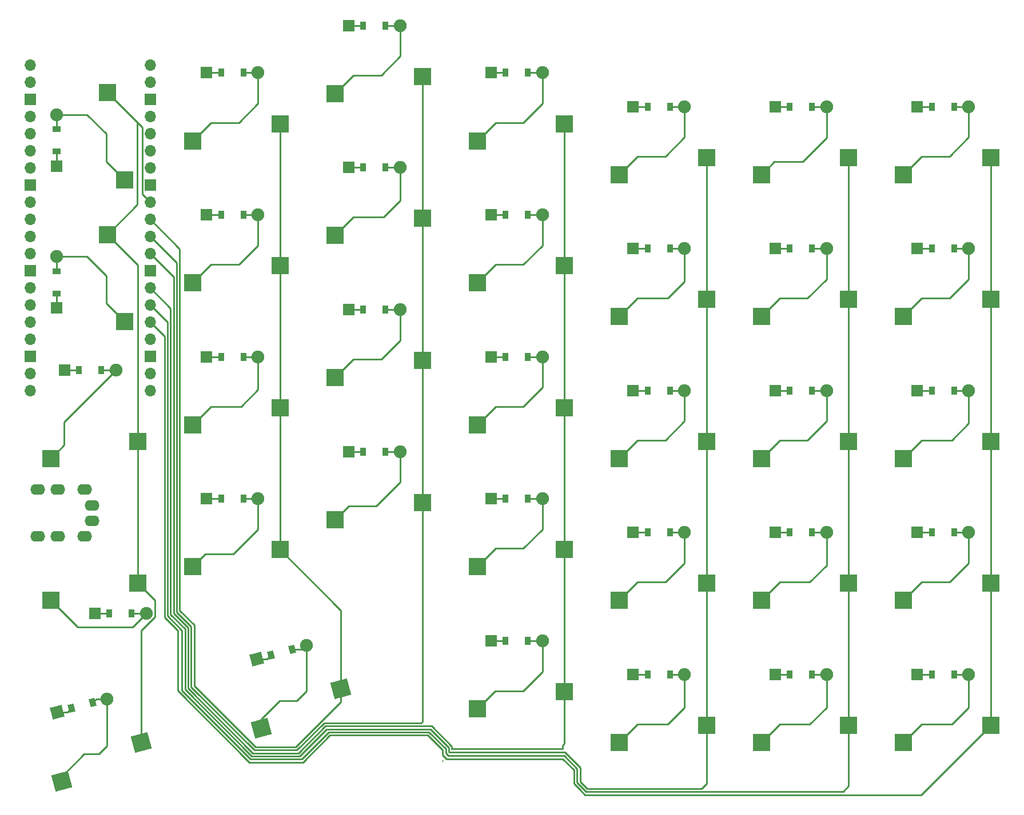
<source format=gbr>
%TF.GenerationSoftware,KiCad,Pcbnew,9.0.3-1.fc42*%
%TF.CreationDate,2025-08-09T15:11:44+02:00*%
%TF.ProjectId,right_traced,72696768-745f-4747-9261-6365642e6b69,v1.0.0*%
%TF.SameCoordinates,Original*%
%TF.FileFunction,Copper,L2,Bot*%
%TF.FilePolarity,Positive*%
%FSLAX46Y46*%
G04 Gerber Fmt 4.6, Leading zero omitted, Abs format (unit mm)*
G04 Created by KiCad (PCBNEW 9.0.3-1.fc42) date 2025-08-09 15:11:44*
%MOMM*%
%LPD*%
G01*
G04 APERTURE LIST*
G04 Aperture macros list*
%AMRotRect*
0 Rectangle, with rotation*
0 The origin of the aperture is its center*
0 $1 length*
0 $2 width*
0 $3 Rotation angle, in degrees counterclockwise*
0 Add horizontal line*
21,1,$1,$2,0,0,$3*%
G04 Aperture macros list end*
%TA.AperFunction,SMDPad,CuDef*%
%ADD10R,2.550000X2.500000*%
%TD*%
%TA.AperFunction,ComponentPad*%
%ADD11R,1.778000X1.778000*%
%TD*%
%TA.AperFunction,SMDPad,CuDef*%
%ADD12R,0.900000X1.200000*%
%TD*%
%TA.AperFunction,ComponentPad*%
%ADD13C,1.905000*%
%TD*%
%TA.AperFunction,ComponentPad*%
%ADD14RotRect,1.778000X1.778000X15.000000*%
%TD*%
%TA.AperFunction,SMDPad,CuDef*%
%ADD15RotRect,0.900000X1.200000X15.000000*%
%TD*%
%TA.AperFunction,SMDPad,CuDef*%
%ADD16RotRect,2.550000X2.500000X195.000000*%
%TD*%
%TA.AperFunction,ComponentPad*%
%ADD17O,2.200000X1.600000*%
%TD*%
%TA.AperFunction,SMDPad,CuDef*%
%ADD18R,1.200000X0.900000*%
%TD*%
%TA.AperFunction,SMDPad,CuDef*%
%ADD19R,2.500000X2.550000*%
%TD*%
%TA.AperFunction,ComponentPad*%
%ADD20O,1.700000X1.700000*%
%TD*%
%TA.AperFunction,ComponentPad*%
%ADD21R,1.700000X1.700000*%
%TD*%
%TA.AperFunction,Conductor*%
%ADD22C,0.250000*%
%TD*%
G04 APERTURE END LIST*
D10*
%TO.P,S18,1*%
%TO.N,GP10*%
X341285000Y-160440000D03*
%TO.P,S18,2*%
%TO.N,pinky_home*%
X328358000Y-162980000D03*
%TD*%
D11*
%TO.P,D26,1*%
%TO.N,GP18*%
X372490000Y-152900000D03*
D12*
X374650000Y-152900000D03*
%TO.P,D26,2*%
%TO.N,right2_home*%
X377950000Y-152900000D03*
D13*
X380110000Y-152900000D03*
%TD*%
D10*
%TO.P,S27,1*%
%TO.N,GP12*%
X383385000Y-181490000D03*
%TO.P,S27,2*%
%TO.N,right2_bottom*%
X370458000Y-184030000D03*
%TD*%
D11*
%TO.P,D27,1*%
%TO.N,GP19*%
X372490000Y-131850000D03*
D12*
X374650000Y-131850000D03*
%TO.P,D27,2*%
%TO.N,right2_top*%
X377950000Y-131850000D03*
D13*
X380110000Y-131850000D03*
%TD*%
D14*
%TO.P,D29,1*%
%TO.N,GP16*%
X245120728Y-200586473D03*
D15*
X247207127Y-200027421D03*
%TO.P,D29,2*%
%TO.N,back_space_default*%
X250394683Y-199173321D03*
D13*
X252481082Y-198614269D03*
%TD*%
D11*
%TO.P,D23,1*%
%TO.N,GP20*%
X351440000Y-110800000D03*
D12*
X353600000Y-110800000D03*
%TO.P,D23,2*%
%TO.N,right_num*%
X356900000Y-110800000D03*
D13*
X359060000Y-110800000D03*
%TD*%
D11*
%TO.P,D4,1*%
%TO.N,GP20*%
X267240000Y-105800000D03*
D12*
X269400000Y-105800000D03*
%TO.P,D4,2*%
%TO.N,index_num*%
X272700000Y-105800000D03*
D13*
X274860000Y-105800000D03*
%TD*%
D16*
%TO.P,S31,1*%
%TO.N,GP6*%
X257595985Y-205049719D03*
%TO.P,S31,2*%
%TO.N,back_space_default*%
X245766862Y-210848924D03*
%TD*%
D11*
%TO.P,D1,1*%
%TO.N,GP17*%
X267240000Y-168950000D03*
D12*
X269400000Y-168950000D03*
%TO.P,D1,2*%
%TO.N,index_bottom*%
X272700000Y-168950000D03*
D13*
X274860000Y-168950000D03*
%TD*%
D11*
%TO.P,D19,1*%
%TO.N,GP16*%
X351440000Y-195000000D03*
D12*
X353600000Y-195000000D03*
%TO.P,D19,2*%
%TO.N,right_thumb*%
X356900000Y-195000000D03*
D13*
X359060000Y-195000000D03*
%TD*%
D10*
%TO.P,S24,1*%
%TO.N,GP11*%
X362335000Y-139390000D03*
%TO.P,S24,2*%
%TO.N,right_top*%
X349408000Y-141930000D03*
%TD*%
%TO.P,S2,1*%
%TO.N,GP6*%
X257085000Y-160440000D03*
%TO.P,S2,2*%
%TO.N,inner_home*%
X244158000Y-162980000D03*
%TD*%
%TO.P,S1,1*%
%TO.N,GP6*%
X257085000Y-181490000D03*
%TO.P,S1,2*%
%TO.N,inner_bottom*%
X244158000Y-184030000D03*
%TD*%
%TO.P,S17,1*%
%TO.N,GP10*%
X341285000Y-181490000D03*
%TO.P,S17,2*%
%TO.N,pinky_bottom*%
X328358000Y-184030000D03*
%TD*%
%TO.P,S25,1*%
%TO.N,GP11*%
X362335000Y-118340000D03*
%TO.P,S25,2*%
%TO.N,right_num*%
X349408000Y-120880000D03*
%TD*%
D17*
%TO.P,TRRS1,1*%
%TO.N,GP0*%
X250300000Y-172200000D03*
X250300000Y-169900000D03*
%TO.P,TRRS1,2*%
%TO.N,GP1*%
X249200000Y-174500000D03*
X249200000Y-167600000D03*
%TO.P,TRRS1,3*%
%TO.N,GND*%
X245200000Y-174500000D03*
X245200000Y-167600000D03*
%TO.P,TRRS1,4*%
%TO.N,3V3*%
X242200000Y-174500000D03*
X242200000Y-167600000D03*
%TD*%
D16*
%TO.P,S32,1*%
%TO.N,GP7*%
X287129167Y-197136327D03*
%TO.P,S32,2*%
%TO.N,enter_default*%
X275300044Y-202935532D03*
%TD*%
D10*
%TO.P,S12,1*%
%TO.N,GP9*%
X320235000Y-176490000D03*
%TO.P,S12,2*%
%TO.N,ring_bottom*%
X307308000Y-179030000D03*
%TD*%
%TO.P,S9,1*%
%TO.N,GP8*%
X299185000Y-127390000D03*
%TO.P,S9,2*%
%TO.N,middle_top*%
X286258000Y-129930000D03*
%TD*%
D11*
%TO.P,D11,1*%
%TO.N,GP18*%
X309340000Y-147900000D03*
D12*
X311500000Y-147900000D03*
%TO.P,D11,2*%
%TO.N,ring_home*%
X314800000Y-147900000D03*
D13*
X316960000Y-147900000D03*
%TD*%
D11*
%TO.P,D32,1*%
%TO.N,GP20*%
X245000000Y-119610000D03*
D18*
X245000000Y-117450000D03*
%TO.P,D32,2*%
%TO.N,inner_num*%
X245000000Y-114150000D03*
D13*
X245000000Y-111990000D03*
%TD*%
D10*
%TO.P,S8,1*%
%TO.N,GP8*%
X299185000Y-148440000D03*
%TO.P,S8,2*%
%TO.N,middle_home*%
X286258000Y-150980000D03*
%TD*%
D11*
%TO.P,D5,1*%
%TO.N,GP17*%
X288290000Y-161950000D03*
D12*
X290450000Y-161950000D03*
%TO.P,D5,2*%
%TO.N,middle_bottom*%
X293750000Y-161950000D03*
D13*
X295910000Y-161950000D03*
%TD*%
D11*
%TO.P,D8,1*%
%TO.N,GP20*%
X288290000Y-98800000D03*
D12*
X290450000Y-98800000D03*
%TO.P,D8,2*%
%TO.N,middle_num*%
X293750000Y-98800000D03*
D13*
X295910000Y-98800000D03*
%TD*%
D11*
%TO.P,D28,1*%
%TO.N,GP20*%
X372490000Y-110800000D03*
D12*
X374650000Y-110800000D03*
%TO.P,D28,2*%
%TO.N,right2_num*%
X377950000Y-110800000D03*
D13*
X380110000Y-110800000D03*
%TD*%
D11*
%TO.P,D13,1*%
%TO.N,GP20*%
X309340000Y-105800000D03*
D12*
X311500000Y-105800000D03*
%TO.P,D13,2*%
%TO.N,ring_num*%
X314800000Y-105800000D03*
D13*
X316960000Y-105800000D03*
%TD*%
D10*
%TO.P,S28,1*%
%TO.N,GP12*%
X383385000Y-160440000D03*
%TO.P,S28,2*%
%TO.N,right2_home*%
X370458000Y-162980000D03*
%TD*%
D11*
%TO.P,D3,1*%
%TO.N,GP19*%
X267240000Y-126850000D03*
D12*
X269400000Y-126850000D03*
%TO.P,D3,2*%
%TO.N,index_top*%
X272700000Y-126850000D03*
D13*
X274860000Y-126850000D03*
%TD*%
D10*
%TO.P,S19,1*%
%TO.N,GP10*%
X341285000Y-139390000D03*
%TO.P,S19,2*%
%TO.N,pinky_top*%
X328358000Y-141930000D03*
%TD*%
%TO.P,S6,1*%
%TO.N,GP7*%
X278135000Y-113340000D03*
%TO.P,S6,2*%
%TO.N,index_num*%
X265208000Y-115880000D03*
%TD*%
D11*
%TO.P,D18,1*%
%TO.N,GP20*%
X330390000Y-110800000D03*
D12*
X332550000Y-110800000D03*
%TO.P,D18,2*%
%TO.N,pinky_num*%
X335850000Y-110800000D03*
D13*
X338010000Y-110800000D03*
%TD*%
D11*
%TO.P,D7,1*%
%TO.N,GP19*%
X288290000Y-119850000D03*
D12*
X290450000Y-119850000D03*
%TO.P,D7,2*%
%TO.N,middle_top*%
X293750000Y-119850000D03*
D13*
X295910000Y-119850000D03*
%TD*%
D10*
%TO.P,S20,1*%
%TO.N,GP10*%
X341285000Y-118340000D03*
%TO.P,S20,2*%
%TO.N,pinky_num*%
X328358000Y-120880000D03*
%TD*%
D11*
%TO.P,D21,1*%
%TO.N,GP18*%
X351440000Y-152900000D03*
D12*
X353600000Y-152900000D03*
%TO.P,D21,2*%
%TO.N,right_home*%
X356900000Y-152900000D03*
D13*
X359060000Y-152900000D03*
%TD*%
D10*
%TO.P,S14,1*%
%TO.N,GP9*%
X320235000Y-134390000D03*
%TO.P,S14,2*%
%TO.N,ring_top*%
X307308000Y-136930000D03*
%TD*%
D11*
%TO.P,D9,1*%
%TO.N,GP16*%
X309340000Y-190000000D03*
D12*
X311500000Y-190000000D03*
%TO.P,D9,2*%
%TO.N,ring_thumb*%
X314800000Y-190000000D03*
D13*
X316960000Y-190000000D03*
%TD*%
D19*
%TO.P,S34,1*%
%TO.N,GP6*%
X252540000Y-108715000D03*
%TO.P,S34,2*%
%TO.N,inner_num*%
X255080000Y-121642000D03*
%TD*%
D11*
%TO.P,D16,1*%
%TO.N,GP18*%
X330390000Y-152900000D03*
D12*
X332550000Y-152900000D03*
%TO.P,D16,2*%
%TO.N,pinky_home*%
X335850000Y-152900000D03*
D13*
X338010000Y-152900000D03*
%TD*%
D20*
%TO.P,_1,1*%
%TO.N,GP0*%
X258890000Y-104670000D03*
%TO.P,_1,2*%
%TO.N,GP1*%
X258890000Y-107210000D03*
D21*
%TO.P,_1,3*%
%TO.N,GND*%
X258890000Y-109750000D03*
D20*
%TO.P,_1,4*%
%TO.N,GP2*%
X258890000Y-112290000D03*
%TO.P,_1,5*%
%TO.N,GP3*%
X258890000Y-114830000D03*
%TO.P,_1,6*%
%TO.N,GP4*%
X258890000Y-117370000D03*
%TO.P,_1,7*%
%TO.N,GP5*%
X258890000Y-119910000D03*
D21*
%TO.P,_1,8*%
%TO.N,GND*%
X258890000Y-122450000D03*
D20*
%TO.P,_1,9*%
%TO.N,GP6*%
X258890000Y-124990000D03*
%TO.P,_1,10*%
%TO.N,GP7*%
X258890000Y-127530000D03*
%TO.P,_1,11*%
%TO.N,GP8*%
X258890000Y-130070000D03*
%TO.P,_1,12*%
%TO.N,GP9*%
X258890000Y-132610000D03*
D21*
%TO.P,_1,13*%
%TO.N,GND*%
X258890000Y-135150000D03*
D20*
%TO.P,_1,14*%
%TO.N,GP10*%
X258890000Y-137690000D03*
%TO.P,_1,15*%
%TO.N,GP11*%
X258890000Y-140230000D03*
%TO.P,_1,16*%
%TO.N,GP12*%
X258890000Y-142770000D03*
%TO.P,_1,17*%
%TO.N,GP13*%
X258890000Y-145310000D03*
D21*
%TO.P,_1,18*%
%TO.N,GND*%
X258890000Y-147850000D03*
D20*
%TO.P,_1,19*%
%TO.N,GP14*%
X258890000Y-150390000D03*
%TO.P,_1,20*%
%TO.N,GP15*%
X258890000Y-152930000D03*
%TO.P,_1,21*%
%TO.N,GP16*%
X241110000Y-152930000D03*
%TO.P,_1,22*%
%TO.N,GP17*%
X241110000Y-150390000D03*
D21*
%TO.P,_1,23*%
%TO.N,GND*%
X241110000Y-147850000D03*
D20*
%TO.P,_1,24*%
%TO.N,GP18*%
X241110000Y-145310000D03*
%TO.P,_1,25*%
%TO.N,GP19*%
X241110000Y-142770000D03*
%TO.P,_1,26*%
%TO.N,GP20*%
X241110000Y-140230000D03*
%TO.P,_1,27*%
%TO.N,GP21*%
X241110000Y-137690000D03*
D21*
%TO.P,_1,28*%
%TO.N,GND*%
X241110000Y-135150000D03*
D20*
%TO.P,_1,29*%
%TO.N,GP22*%
X241110000Y-132610000D03*
%TO.P,_1,30*%
%TO.N,RUN*%
X241110000Y-130070000D03*
%TO.P,_1,31*%
%TO.N,GP26*%
X241110000Y-127530000D03*
%TO.P,_1,32*%
%TO.N,GP27*%
X241110000Y-124990000D03*
D21*
%TO.P,_1,33*%
%TO.N,AGND*%
X241110000Y-122450000D03*
D20*
%TO.P,_1,34*%
%TO.N,GP28*%
X241110000Y-119910000D03*
%TO.P,_1,35*%
%TO.N,ADC_VREF*%
X241110000Y-117370000D03*
%TO.P,_1,36*%
%TO.N,3V3*%
X241110000Y-114830000D03*
%TO.P,_1,37*%
%TO.N,3V3_EN*%
X241110000Y-112290000D03*
D21*
%TO.P,_1,38*%
%TO.N,GND*%
X241110000Y-109750000D03*
D20*
%TO.P,_1,39*%
%TO.N,VSYS*%
X241110000Y-107210000D03*
%TO.P,_1,40*%
%TO.N,VBUS*%
X241110000Y-104670000D03*
%TD*%
D11*
%TO.P,D25,1*%
%TO.N,GP17*%
X372490000Y-173950000D03*
D12*
X374650000Y-173950000D03*
%TO.P,D25,2*%
%TO.N,right2_bottom*%
X377950000Y-173950000D03*
D13*
X380110000Y-173950000D03*
%TD*%
D11*
%TO.P,D31,1*%
%TO.N,GP19*%
X245000000Y-140660000D03*
D18*
X245000000Y-138500000D03*
%TO.P,D31,2*%
%TO.N,inner_top*%
X245000000Y-135200000D03*
D13*
X245000000Y-133040000D03*
%TD*%
D10*
%TO.P,S16,1*%
%TO.N,GP10*%
X341285000Y-202540000D03*
%TO.P,S16,2*%
%TO.N,pinky_thumb*%
X328358000Y-205080000D03*
%TD*%
D11*
%TO.P,D15,1*%
%TO.N,GP17*%
X330390000Y-173950000D03*
D12*
X332550000Y-173950000D03*
%TO.P,D15,2*%
%TO.N,pinky_bottom*%
X335850000Y-173950000D03*
D13*
X338010000Y-173950000D03*
%TD*%
D10*
%TO.P,S21,1*%
%TO.N,GP11*%
X362335000Y-202540000D03*
%TO.P,S21,2*%
%TO.N,right_thumb*%
X349408000Y-205080000D03*
%TD*%
%TO.P,S5,1*%
%TO.N,GP7*%
X278135000Y-134390000D03*
%TO.P,S5,2*%
%TO.N,index_top*%
X265208000Y-136930000D03*
%TD*%
D11*
%TO.P,D10,1*%
%TO.N,GP17*%
X309340000Y-168950000D03*
D12*
X311500000Y-168950000D03*
%TO.P,D10,2*%
%TO.N,ring_bottom*%
X314800000Y-168950000D03*
D13*
X316960000Y-168950000D03*
%TD*%
D11*
%TO.P,D12,1*%
%TO.N,GP19*%
X309340000Y-126850000D03*
D12*
X311500000Y-126850000D03*
%TO.P,D12,2*%
%TO.N,ring_top*%
X314800000Y-126850000D03*
D13*
X316960000Y-126850000D03*
%TD*%
D10*
%TO.P,S26,1*%
%TO.N,GP12*%
X383385000Y-202540000D03*
%TO.P,S26,2*%
%TO.N,right2_thumb*%
X370458000Y-205080000D03*
%TD*%
%TO.P,S7,1*%
%TO.N,GP8*%
X299185000Y-169490000D03*
%TO.P,S7,2*%
%TO.N,middle_bottom*%
X286258000Y-172030000D03*
%TD*%
%TO.P,S23,1*%
%TO.N,GP11*%
X362335000Y-160440000D03*
%TO.P,S23,2*%
%TO.N,right_home*%
X349408000Y-162980000D03*
%TD*%
D11*
%TO.P,D33,1*%
%TO.N,GP18*%
X246190000Y-149900000D03*
D12*
X248350000Y-149900000D03*
%TO.P,D33,2*%
%TO.N,inner_home*%
X251650000Y-149900000D03*
D13*
X253810000Y-149900000D03*
%TD*%
D10*
%TO.P,S30,1*%
%TO.N,GP12*%
X383385000Y-118340000D03*
%TO.P,S30,2*%
%TO.N,right2_num*%
X370458000Y-120880000D03*
%TD*%
%TO.P,S29,1*%
%TO.N,GP12*%
X383385000Y-139390000D03*
%TO.P,S29,2*%
%TO.N,right2_top*%
X370458000Y-141930000D03*
%TD*%
D11*
%TO.P,D34,1*%
%TO.N,GP17*%
X250690000Y-185950000D03*
D12*
X252850000Y-185950000D03*
%TO.P,D34,2*%
%TO.N,inner_bottom*%
X256150000Y-185950000D03*
D13*
X258310000Y-185950000D03*
%TD*%
D10*
%TO.P,S10,1*%
%TO.N,GP8*%
X299185000Y-106340000D03*
%TO.P,S10,2*%
%TO.N,middle_num*%
X286258000Y-108880000D03*
%TD*%
%TO.P,S4,1*%
%TO.N,GP7*%
X278135000Y-155440000D03*
%TO.P,S4,2*%
%TO.N,index_home*%
X265208000Y-157980000D03*
%TD*%
D11*
%TO.P,D6,1*%
%TO.N,GP18*%
X288290000Y-140900000D03*
D12*
X290450000Y-140900000D03*
%TO.P,D6,2*%
%TO.N,middle_home*%
X293750000Y-140900000D03*
D13*
X295910000Y-140900000D03*
%TD*%
D10*
%TO.P,S11,1*%
%TO.N,GP9*%
X320235000Y-197540000D03*
%TO.P,S11,2*%
%TO.N,ring_thumb*%
X307308000Y-200080000D03*
%TD*%
%TO.P,S22,1*%
%TO.N,GP11*%
X362335000Y-181490000D03*
%TO.P,S22,2*%
%TO.N,right_bottom*%
X349408000Y-184030000D03*
%TD*%
D14*
%TO.P,D30,1*%
%TO.N,GP16*%
X274653910Y-192673081D03*
D15*
X276740309Y-192114029D03*
%TO.P,D30,2*%
%TO.N,enter_default*%
X279927865Y-191259929D03*
D13*
X282014264Y-190700877D03*
%TD*%
D10*
%TO.P,S13,1*%
%TO.N,GP9*%
X320235000Y-155440000D03*
%TO.P,S13,2*%
%TO.N,ring_home*%
X307308000Y-157980000D03*
%TD*%
D11*
%TO.P,D14,1*%
%TO.N,GP16*%
X330390000Y-195000000D03*
D12*
X332550000Y-195000000D03*
%TO.P,D14,2*%
%TO.N,pinky_thumb*%
X335850000Y-195000000D03*
D13*
X338010000Y-195000000D03*
%TD*%
D11*
%TO.P,D2,1*%
%TO.N,GP18*%
X267240000Y-147900000D03*
D12*
X269400000Y-147900000D03*
%TO.P,D2,2*%
%TO.N,index_home*%
X272700000Y-147900000D03*
D13*
X274860000Y-147900000D03*
%TD*%
D11*
%TO.P,D22,1*%
%TO.N,GP19*%
X351440000Y-131850000D03*
D12*
X353600000Y-131850000D03*
%TO.P,D22,2*%
%TO.N,right_top*%
X356900000Y-131850000D03*
D13*
X359060000Y-131850000D03*
%TD*%
D11*
%TO.P,D20,1*%
%TO.N,GP17*%
X351440000Y-173950000D03*
D12*
X353600000Y-173950000D03*
%TO.P,D20,2*%
%TO.N,right_bottom*%
X356900000Y-173950000D03*
D13*
X359060000Y-173950000D03*
%TD*%
D10*
%TO.P,S15,1*%
%TO.N,GP9*%
X320235000Y-113340000D03*
%TO.P,S15,2*%
%TO.N,ring_num*%
X307308000Y-115880000D03*
%TD*%
D11*
%TO.P,D24,1*%
%TO.N,GP16*%
X372490000Y-195000000D03*
D12*
X374650000Y-195000000D03*
%TO.P,D24,2*%
%TO.N,right2_thumb*%
X377950000Y-195000000D03*
D13*
X380110000Y-195000000D03*
%TD*%
D19*
%TO.P,S33,1*%
%TO.N,GP6*%
X252540000Y-129765000D03*
%TO.P,S33,2*%
%TO.N,inner_top*%
X255080000Y-142692000D03*
%TD*%
D11*
%TO.P,D17,1*%
%TO.N,GP19*%
X330390000Y-131850000D03*
D12*
X332550000Y-131850000D03*
%TO.P,D17,2*%
%TO.N,pinky_top*%
X335850000Y-131850000D03*
D13*
X338010000Y-131850000D03*
%TD*%
D10*
%TO.P,S3,1*%
%TO.N,GP7*%
X278135000Y-176490000D03*
%TO.P,S3,2*%
%TO.N,index_bottom*%
X265208000Y-179030000D03*
%TD*%
D22*
%TO.N,GP6*%
X257595985Y-205049719D02*
X257595985Y-188472088D01*
X257085000Y-134310000D02*
X252540000Y-129765000D01*
X257714000Y-123814000D02*
X258890000Y-124990000D01*
X257085000Y-160440000D02*
X257085000Y-134310000D01*
X252540000Y-129765000D02*
X256956000Y-125349000D01*
X257714000Y-113889000D02*
X257714000Y-123814000D01*
X252540000Y-108715000D02*
X257714000Y-113889000D01*
X257595985Y-188472088D02*
X259588500Y-186479573D01*
X259588500Y-186479573D02*
X259588500Y-183993500D01*
X259588500Y-183993500D02*
X257085000Y-181490000D01*
X257085000Y-181490000D02*
X257085000Y-160440000D01*
X256956000Y-125349000D02*
X256956000Y-113131000D01*
X256956000Y-113131000D02*
X252540000Y-108715000D01*
%TO.N,inner_bottom*%
X244158000Y-184030000D02*
X248128000Y-188000000D01*
X248128000Y-188000000D02*
X256260000Y-188000000D01*
X258310000Y-185950000D02*
X256150000Y-185950000D01*
X256260000Y-188000000D02*
X258310000Y-185950000D01*
%TO.N,inner_home*%
X253810000Y-149900000D02*
X251650000Y-149900000D01*
X244158000Y-162980000D02*
X246146900Y-160991100D01*
X246146900Y-157563100D02*
X253810000Y-149900000D01*
X246146900Y-160991100D02*
X246146900Y-157563100D01*
%TO.N,GP7*%
X287129167Y-185484167D02*
X278135000Y-176490000D01*
X278135000Y-134390000D02*
X278135000Y-113340000D01*
X265396397Y-187641397D02*
X263255000Y-185500000D01*
X263255000Y-131895000D02*
X258890000Y-127530000D01*
X280439570Y-205745000D02*
X274481035Y-205745000D01*
X263255000Y-185500000D02*
X263255000Y-131895000D01*
X287129167Y-197136327D02*
X287129167Y-199055403D01*
X278135000Y-155440000D02*
X278135000Y-134390000D01*
X287129167Y-197136327D02*
X287129167Y-185484167D01*
X274481035Y-205745000D02*
X265396397Y-196660362D01*
X278135000Y-176490000D02*
X278135000Y-155440000D01*
X265396397Y-196660362D02*
X265396397Y-187641397D01*
X287129167Y-199055403D02*
X280439570Y-205745000D01*
%TO.N,index_bottom*%
X267084000Y-177154000D02*
X271197545Y-177154000D01*
X274860000Y-173491545D02*
X274860000Y-168950000D01*
X274860000Y-168950000D02*
X272700000Y-168950000D01*
X265208000Y-179030000D02*
X267084000Y-177154000D01*
X271197545Y-177154000D02*
X274860000Y-173491545D01*
%TO.N,index_home*%
X274860000Y-152786935D02*
X274860000Y-147900000D01*
X267918100Y-155269900D02*
X272377035Y-155269900D01*
X274860000Y-147900000D02*
X272700000Y-147900000D01*
X265208000Y-157980000D02*
X267918100Y-155269900D01*
X272377035Y-155269900D02*
X274860000Y-152786935D01*
%TO.N,index_top*%
X274860000Y-131391545D02*
X274860000Y-126850000D01*
X265208000Y-136930000D02*
X267918100Y-134219900D01*
X274860000Y-126850000D02*
X272700000Y-126850000D01*
X267918100Y-134219900D02*
X272031645Y-134219900D01*
X272031645Y-134219900D02*
X274860000Y-131391545D01*
%TO.N,index_num*%
X274860000Y-105800000D02*
X272700000Y-105800000D01*
X274860000Y-110341545D02*
X274860000Y-105800000D01*
X272031645Y-113169900D02*
X274860000Y-110341545D01*
X267918100Y-113169900D02*
X272031645Y-113169900D01*
X265208000Y-115880000D02*
X267918100Y-113169900D01*
%TO.N,GP8*%
X274294225Y-206196000D02*
X264945397Y-196847172D01*
X284626380Y-202196000D02*
X280626380Y-206196000D01*
X299185000Y-127390000D02*
X299185000Y-106340000D01*
X264945397Y-196847172D02*
X264945397Y-187894157D01*
X299185000Y-202011000D02*
X299000000Y-202196000D01*
X280626380Y-206196000D02*
X274294225Y-206196000D01*
X262804000Y-133984000D02*
X258890000Y-130070000D01*
X299185000Y-169490000D02*
X299185000Y-148440000D01*
X262804000Y-185752760D02*
X262804000Y-133984000D01*
X299185000Y-148440000D02*
X299185000Y-127390000D01*
X299185000Y-169490000D02*
X299185000Y-202011000D01*
X264945397Y-187894157D02*
X262804000Y-185752760D01*
X299000000Y-202196000D02*
X284626380Y-202196000D01*
%TO.N,middle_bottom*%
X295910000Y-161950000D02*
X293750000Y-161950000D01*
X286258000Y-172030000D02*
X288288000Y-170000000D01*
X295910000Y-166491545D02*
X295910000Y-161950000D01*
X292401545Y-170000000D02*
X295910000Y-166491545D01*
X288288000Y-170000000D02*
X292401545Y-170000000D01*
%TO.N,middle_home*%
X295910000Y-140900000D02*
X293750000Y-140900000D01*
X286258000Y-150980000D02*
X288968100Y-148269900D01*
X288968100Y-148269900D02*
X293081645Y-148269900D01*
X295910000Y-145441545D02*
X295910000Y-140900000D01*
X293081645Y-148269900D02*
X295910000Y-145441545D01*
%TO.N,middle_top*%
X295910000Y-124736935D02*
X295910000Y-119850000D01*
X286258000Y-129930000D02*
X288968100Y-127219900D01*
X295910000Y-119850000D02*
X293750000Y-119850000D01*
X293427035Y-127219900D02*
X295910000Y-124736935D01*
X288968100Y-127219900D02*
X293427035Y-127219900D01*
%TO.N,middle_num*%
X286258000Y-108880000D02*
X288968100Y-106169900D01*
X295910000Y-103341545D02*
X295910000Y-98800000D01*
X295910000Y-98800000D02*
X293750000Y-98800000D01*
X293081645Y-106169900D02*
X295910000Y-103341545D01*
X288968100Y-106169900D02*
X293081645Y-106169900D01*
%TO.N,GP9*%
X303570000Y-206049000D02*
X303570000Y-206000000D01*
X320000000Y-206000000D02*
X320000000Y-205500000D01*
X280813190Y-206647000D02*
X274107415Y-206647000D01*
X303570000Y-205656570D02*
X300560430Y-202647000D01*
X264494397Y-188080967D02*
X262353000Y-185939570D01*
X274107415Y-206647000D02*
X264494397Y-197033982D01*
X303570000Y-206000000D02*
X320000000Y-206000000D01*
X320235000Y-134390000D02*
X320235000Y-113340000D01*
X300560430Y-202647000D02*
X284813190Y-202647000D01*
X262353000Y-185939570D02*
X262353000Y-136073000D01*
X320235000Y-155440000D02*
X320235000Y-134390000D01*
X320235000Y-197540000D02*
X320235000Y-176490000D01*
X320235000Y-176490000D02*
X320235000Y-155440000D01*
X262353000Y-136073000D02*
X258890000Y-132610000D01*
X284813190Y-202647000D02*
X280813190Y-206647000D01*
X320235000Y-205265000D02*
X320235000Y-197540000D01*
X264494397Y-197033982D02*
X264494397Y-188080967D01*
X320000000Y-205500000D02*
X320235000Y-205265000D01*
X303570000Y-206000000D02*
X303570000Y-205656570D01*
%TO.N,ring_thumb*%
X316960000Y-194541545D02*
X316960000Y-190000000D01*
X314085545Y-197416000D02*
X316960000Y-194541545D01*
X314800000Y-190000000D02*
X316960000Y-190000000D01*
X309972000Y-197416000D02*
X314085545Y-197416000D01*
X307308000Y-200080000D02*
X309972000Y-197416000D01*
%TO.N,ring_bottom*%
X307308000Y-179030000D02*
X310018100Y-176319900D01*
X310018100Y-176319900D02*
X314131645Y-176319900D01*
X316960000Y-173491545D02*
X316960000Y-168950000D01*
X314131645Y-176319900D02*
X316960000Y-173491545D01*
X316960000Y-168950000D02*
X314800000Y-168950000D01*
%TO.N,ring_home*%
X307308000Y-157980000D02*
X310018100Y-155269900D01*
X316960000Y-152441545D02*
X316960000Y-147900000D01*
X310018100Y-155269900D02*
X314131645Y-155269900D01*
X314131645Y-155269900D02*
X316960000Y-152441545D01*
X316960000Y-147900000D02*
X314800000Y-147900000D01*
%TO.N,ring_top*%
X310018100Y-134219900D02*
X314131645Y-134219900D01*
X307308000Y-136930000D02*
X310018100Y-134219900D01*
X314131645Y-134219900D02*
X316960000Y-131391545D01*
X316960000Y-126850000D02*
X314800000Y-126850000D01*
X316960000Y-131391545D02*
X316960000Y-126850000D01*
%TO.N,ring_num*%
X314131645Y-113169900D02*
X316960000Y-110341545D01*
X316960000Y-105800000D02*
X314800000Y-105800000D01*
X316960000Y-110341545D02*
X316960000Y-105800000D01*
X310018100Y-113169900D02*
X314131645Y-113169900D01*
X307308000Y-115880000D02*
X310018100Y-113169900D01*
%TO.N,GP10*%
X261902000Y-186126380D02*
X261902000Y-140702000D01*
X341285000Y-181490000D02*
X341285000Y-160440000D01*
X320275620Y-206500000D02*
X303119000Y-206500000D01*
X341285000Y-202540000D02*
X341285000Y-211137000D01*
X303119000Y-205843380D02*
X300373620Y-203098000D01*
X285000000Y-203098000D02*
X281000000Y-207098000D01*
X300373620Y-203098000D02*
X285000000Y-203098000D01*
X341285000Y-211137000D02*
X340500000Y-211922000D01*
X322610363Y-208834743D02*
X320275620Y-206500000D01*
X341285000Y-139390000D02*
X341285000Y-118340000D01*
X323642727Y-211922000D02*
X322610363Y-210889636D01*
X273920605Y-207098000D02*
X264043397Y-197220792D01*
X261902000Y-140702000D02*
X258890000Y-137690000D01*
X281000000Y-207098000D02*
X273920605Y-207098000D01*
X264043397Y-197220792D02*
X264043397Y-188267777D01*
X264043397Y-188267777D02*
X261902000Y-186126380D01*
X322610363Y-210889636D02*
X322610363Y-208834743D01*
X303119000Y-206500000D02*
X303119000Y-205843380D01*
X340500000Y-211922000D02*
X323642727Y-211922000D01*
X341285000Y-202540000D02*
X341285000Y-181490000D01*
X341285000Y-160440000D02*
X341285000Y-139390000D01*
%TO.N,pinky_thumb*%
X328358000Y-205080000D02*
X331068100Y-202369900D01*
X335527035Y-202369900D02*
X338010000Y-199886935D01*
X338010000Y-199886935D02*
X338010000Y-195000000D01*
X331068100Y-202369900D02*
X335527035Y-202369900D01*
X335850000Y-195000000D02*
X338010000Y-195000000D01*
%TO.N,pinky_bottom*%
X335850000Y-173950000D02*
X338010000Y-173950000D01*
X328358000Y-184030000D02*
X331068100Y-181319900D01*
X331068100Y-181319900D02*
X335181645Y-181319900D01*
X335181645Y-181319900D02*
X338010000Y-178491545D01*
X338010000Y-178491545D02*
X338010000Y-173950000D01*
%TO.N,pinky_home*%
X328358000Y-162980000D02*
X331068100Y-160269900D01*
X338010000Y-157441545D02*
X338010000Y-152900000D01*
X338010000Y-152900000D02*
X335850000Y-152900000D01*
X331068100Y-160269900D02*
X335181645Y-160269900D01*
X335181645Y-160269900D02*
X338010000Y-157441545D01*
%TO.N,pinky_top*%
X335527035Y-139219900D02*
X338010000Y-136736935D01*
X328358000Y-141930000D02*
X331068100Y-139219900D01*
X338010000Y-136736935D02*
X338010000Y-131850000D01*
X331068100Y-139219900D02*
X335527035Y-139219900D01*
X338010000Y-131850000D02*
X335850000Y-131850000D01*
%TO.N,pinky_num*%
X338010000Y-110800000D02*
X335850000Y-110800000D01*
X328358000Y-120880000D02*
X331068100Y-118169900D01*
X331068100Y-118169900D02*
X335181645Y-118169900D01*
X335181645Y-118169900D02*
X338010000Y-115341545D01*
X338010000Y-115341545D02*
X338010000Y-110800000D01*
%TO.N,GP11*%
X261451000Y-142791000D02*
X258890000Y-140230000D01*
X323041459Y-211958541D02*
X322083196Y-211000279D01*
X362335000Y-139390000D02*
X362335000Y-118340000D01*
X320186810Y-207049000D02*
X302992000Y-207049000D01*
X362335000Y-202540000D02*
X362335000Y-181490000D01*
X323455917Y-212373000D02*
X323041459Y-211958541D01*
X302668000Y-206725000D02*
X302668000Y-206030190D01*
X362335000Y-202540000D02*
X362335000Y-211538000D01*
X273733795Y-207549000D02*
X263592397Y-197407602D01*
X302992000Y-207049000D02*
X302668000Y-206725000D01*
X361500000Y-212373000D02*
X323455918Y-212373000D01*
X362335000Y-211538000D02*
X361500000Y-212373000D01*
X302668000Y-206030190D02*
X300186810Y-203549000D01*
X362335000Y-160440000D02*
X362335000Y-139390000D01*
X261451000Y-186313190D02*
X261451000Y-142791000D01*
X285313190Y-203549000D02*
X281313190Y-207549000D01*
X281313190Y-207549000D02*
X273733795Y-207549000D01*
X323455918Y-212373000D02*
X323041459Y-211958541D01*
X263592397Y-188454587D02*
X261451000Y-186313190D01*
X322083196Y-208945386D02*
X320186810Y-207049000D01*
X300186810Y-203549000D02*
X285313190Y-203549000D01*
X322083196Y-211000279D02*
X322083196Y-208945386D01*
X362335000Y-181490000D02*
X362335000Y-160440000D01*
X263592397Y-197407602D02*
X263592397Y-188454587D01*
%TO.N,right_thumb*%
X356577035Y-202369900D02*
X359060000Y-199886935D01*
X359060000Y-199886935D02*
X359060000Y-195000000D01*
X356900000Y-195000000D02*
X359060000Y-195000000D01*
X349408000Y-205080000D02*
X352118100Y-202369900D01*
X352118100Y-202369900D02*
X356577035Y-202369900D01*
%TO.N,right_bottom*%
X359060000Y-178836935D02*
X359060000Y-173950000D01*
X356577035Y-181319900D02*
X359060000Y-178836935D01*
X356900000Y-173950000D02*
X359060000Y-173950000D01*
X349408000Y-184030000D02*
X352118100Y-181319900D01*
X352118100Y-181319900D02*
X356577035Y-181319900D01*
%TO.N,right_home*%
X349408000Y-162980000D02*
X352118100Y-160269900D01*
X356231645Y-160269900D02*
X359060000Y-157441545D01*
X352118100Y-160269900D02*
X356231645Y-160269900D01*
X359060000Y-157441545D02*
X359060000Y-152900000D01*
X359060000Y-152900000D02*
X356900000Y-152900000D01*
%TO.N,right_top*%
X359060000Y-131850000D02*
X356900000Y-131850000D01*
X349408000Y-141930000D02*
X352118100Y-139219900D01*
X352118100Y-139219900D02*
X356231645Y-139219900D01*
X356231645Y-139219900D02*
X359060000Y-136391545D01*
X359060000Y-136391545D02*
X359060000Y-131850000D01*
%TO.N,right_num*%
X359060000Y-115440000D02*
X359060000Y-110800000D01*
X351288000Y-119000000D02*
X355500000Y-119000000D01*
X355500000Y-119000000D02*
X359060000Y-115440000D01*
X349408000Y-120880000D02*
X351288000Y-119000000D01*
X359060000Y-110800000D02*
X356900000Y-110800000D01*
%TO.N,GP12*%
X321632196Y-209132196D02*
X320000000Y-207500000D01*
X321632196Y-211187090D02*
X321632196Y-209132196D01*
X281500000Y-208000000D02*
X273546985Y-208000000D01*
X320000000Y-207500000D02*
X302805190Y-207500000D01*
X302217000Y-206217000D02*
X300000000Y-204000000D01*
X323268974Y-212824000D02*
X323267000Y-212821893D01*
X322472553Y-212027447D02*
X321632196Y-211187090D01*
X261000000Y-144880000D02*
X258890000Y-142770000D01*
X383360000Y-202540000D02*
X373076000Y-212824000D01*
X285500000Y-204000000D02*
X281500000Y-208000000D01*
X302805190Y-207500000D02*
X302217000Y-206911810D01*
X262951000Y-197404015D02*
X262951000Y-188451000D01*
X383385000Y-160440000D02*
X383385000Y-139390000D01*
X383385000Y-202540000D02*
X383385000Y-181490000D01*
X261000000Y-186500000D02*
X261000000Y-144880000D01*
X262951000Y-188451000D02*
X261000000Y-186500000D01*
X273546985Y-208000000D02*
X262951000Y-197404015D01*
X302218974Y-207824000D02*
X302217000Y-207821893D01*
X383385000Y-139390000D02*
X383385000Y-118340000D01*
X373076000Y-212824000D02*
X323268974Y-212824000D01*
X383385000Y-181490000D02*
X383385000Y-160440000D01*
X383385000Y-202540000D02*
X383360000Y-202540000D01*
X302217000Y-206911810D02*
X302217000Y-206217000D01*
X322472553Y-212027447D02*
X322368783Y-211923676D01*
X300000000Y-204000000D02*
X285500000Y-204000000D01*
X323267000Y-212821893D02*
X322472553Y-212027447D01*
%TO.N,right2_thumb*%
X380110000Y-199886935D02*
X380110000Y-195000000D01*
X377627035Y-202369900D02*
X380110000Y-199886935D01*
X377950000Y-195000000D02*
X380110000Y-195000000D01*
X370458000Y-205080000D02*
X373168100Y-202369900D01*
X373168100Y-202369900D02*
X377627035Y-202369900D01*
%TO.N,right2_bottom*%
X370458000Y-184030000D02*
X373168100Y-181319900D01*
X373168100Y-181319900D02*
X377281645Y-181319900D01*
X377950000Y-173950000D02*
X380110000Y-173950000D01*
X380110000Y-178491545D02*
X380110000Y-173950000D01*
X377281645Y-181319900D02*
X380110000Y-178491545D01*
%TO.N,right2_home*%
X370458000Y-162980000D02*
X373168100Y-160269900D01*
X373168100Y-160269900D02*
X377627035Y-160269900D01*
X380110000Y-152900000D02*
X377950000Y-152900000D01*
X377627035Y-160269900D02*
X380110000Y-157786935D01*
X380110000Y-157786935D02*
X380110000Y-152900000D01*
%TO.N,right2_top*%
X377281645Y-139219900D02*
X380110000Y-136391545D01*
X380110000Y-131850000D02*
X377950000Y-131850000D01*
X373168100Y-139219900D02*
X377281645Y-139219900D01*
X380110000Y-136391545D02*
X380110000Y-131850000D01*
X370458000Y-141930000D02*
X373168100Y-139219900D01*
%TO.N,right2_num*%
X373168100Y-118169900D02*
X377281645Y-118169900D01*
X380110000Y-110800000D02*
X377950000Y-110800000D01*
X380110000Y-115341545D02*
X380110000Y-110800000D01*
X377281645Y-118169900D02*
X380110000Y-115341545D01*
X370458000Y-120880000D02*
X373168100Y-118169900D01*
%TO.N,back_space_default*%
X252481082Y-205575496D02*
X252481082Y-198614270D01*
X250953733Y-198614270D02*
X250394683Y-199173320D01*
X251256678Y-206799900D02*
X252481082Y-205575496D01*
X252481082Y-198614270D02*
X250953733Y-198614270D01*
X249113355Y-206799900D02*
X251256678Y-206799900D01*
X245766862Y-210848924D02*
X245766862Y-210146393D01*
X245766862Y-210146393D02*
X249113355Y-206799900D01*
%TO.N,enter_default*%
X278054973Y-198886508D02*
X280609827Y-198886508D01*
X275300044Y-201641437D02*
X278054973Y-198886508D01*
X280609827Y-198886508D02*
X282014264Y-197482071D01*
X281455214Y-191259928D02*
X282014264Y-190700878D01*
X282014264Y-197482071D02*
X282014264Y-190700878D01*
X275300044Y-202935532D02*
X275300044Y-201641437D01*
X279927865Y-191259928D02*
X281455214Y-191259928D01*
%TO.N,inner_top*%
X245000000Y-135200000D02*
X245000000Y-133040000D01*
X252369900Y-139981900D02*
X252369900Y-135868355D01*
X252369900Y-135868355D02*
X249541545Y-133040000D01*
X255080000Y-142692000D02*
X252369900Y-139981900D01*
X249541545Y-133040000D02*
X245000000Y-133040000D01*
%TO.N,inner_num*%
X249541545Y-111990000D02*
X245000000Y-111990000D01*
X252369900Y-118931900D02*
X252369900Y-114818355D01*
X252369900Y-114818355D02*
X249541545Y-111990000D01*
X255080000Y-121642000D02*
X252369900Y-118931900D01*
X245000000Y-114150000D02*
X245000000Y-111990000D01*
%TO.N,GP17*%
X252850000Y-185950000D02*
X250690000Y-185950000D01*
X269400000Y-168950000D02*
X267240000Y-168950000D01*
X290450000Y-161950000D02*
X288290000Y-161950000D01*
X330390000Y-173950000D02*
X332550000Y-173950000D01*
X351440000Y-173950000D02*
X353600000Y-173950000D01*
X311500000Y-168950000D02*
X309340000Y-168950000D01*
X372490000Y-173950000D02*
X374650000Y-173950000D01*
%TO.N,GP18*%
X353600000Y-152900000D02*
X351440000Y-152900000D01*
X374650000Y-152900000D02*
X372490000Y-152900000D01*
X290450000Y-140900000D02*
X288290000Y-140900000D01*
X311500000Y-147900000D02*
X309340000Y-147900000D01*
X248350000Y-149900000D02*
X246190000Y-149900000D01*
X332550000Y-152900000D02*
X330390000Y-152900000D01*
X269400000Y-147900000D02*
X267240000Y-147900000D01*
%TO.N,GP19*%
X353600000Y-131850000D02*
X351440000Y-131850000D01*
X245000000Y-140660000D02*
X245000000Y-138500000D01*
X374650000Y-131850000D02*
X372490000Y-131850000D01*
X311500000Y-126850000D02*
X309340000Y-126850000D01*
X269400000Y-126850000D02*
X267240000Y-126850000D01*
X290450000Y-119850000D02*
X288290000Y-119850000D01*
X332550000Y-131850000D02*
X330390000Y-131850000D01*
%TO.N,GP20*%
X290450000Y-98800000D02*
X288290000Y-98800000D01*
X245000000Y-119610000D02*
X245000000Y-117450000D01*
X332550000Y-110800000D02*
X330390000Y-110800000D01*
X311500000Y-105800000D02*
X309340000Y-105800000D01*
X269400000Y-105800000D02*
X267240000Y-105800000D01*
X353600000Y-110800000D02*
X351440000Y-110800000D01*
X374650000Y-110800000D02*
X372490000Y-110800000D01*
%TO.N,GP16*%
X276181259Y-192673080D02*
X276740309Y-192114030D01*
X351440000Y-195000000D02*
X353600000Y-195000000D01*
X309340000Y-190000000D02*
X311500000Y-190000000D01*
X274653910Y-192673080D02*
X276181259Y-192673080D01*
X374650000Y-195000000D02*
X372490000Y-195000000D01*
X332550000Y-195000000D02*
X330390000Y-195000000D01*
X245120728Y-200586472D02*
X246648077Y-200586472D01*
X246648077Y-200586472D02*
X247207127Y-200027422D01*
%TD*%
M02*

</source>
